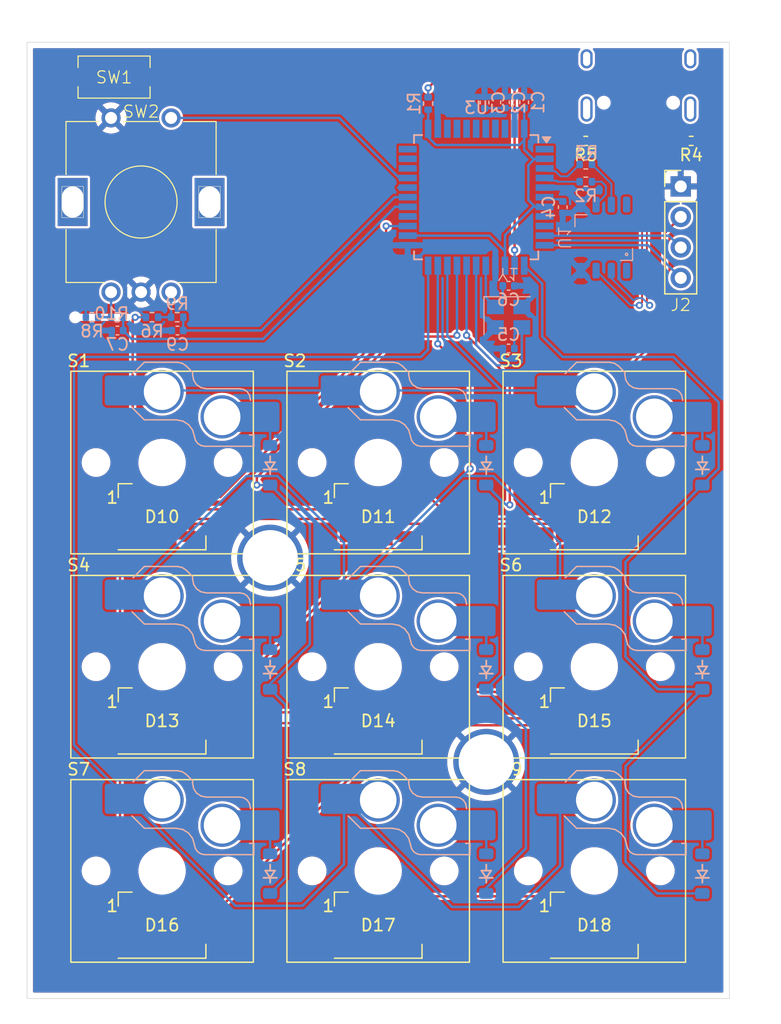
<source format=kicad_pcb>
(kicad_pcb (version 20240108) (generator "pcbnew") (generator_version "8.0")
  (layers (0 "F.Cu" signal) (31 "B.Cu" signal) (34 "B.Paste" user) (35 "F.Paste" user) (36 "B.SilkS" user "B.Silkscreen") (37 "F.SilkS" user "F.Silkscreen") (38 "B.Mask" user) (39 "F.Mask" user) (44 "Edge.Cuts" user))
  (net 0 "")
  (net 1 "VBUS")
  (net 2 "RE A")
  (net 3 "RE B")
  (net 4 "Row 0")
  (net 5 "Net-(D1-A)")
  (net 6 "Row 1")
  (net 7 "Net-(D2-A)")
  (net 8 "Row 2")
  (net 9 "Net-(D3-A)")
  (net 10 "Net-(D4-A)")
  (net 11 "Net-(D5-A)")
  (net 12 "Net-(D6-A)")
  (net 13 "Net-(D7-A)")
  (net 14 "Net-(D8-A)")
  (net 15 "Net-(D9-A)")
  (net 16 "+5V")
  (net 17 "LED Input")
  (net 18 "Net-(D10-DOUT)")
  (net 19 "Net-(D11-DOUT)")
  (net 20 "Net-(D12-DOUT)")
  (net 21 "Net-(D13-DOUT)")
  (net 22 "Net-(D14-DOUT)")
  (net 23 "Net-(D15-DOUT)")
  (net 24 "Net-(D16-DOUT)")
  (net 25 "Net-(D17-DOUT)")
  (net 27 "/USB_D-")
  (net 34 "Net-(J1-CC1)")
  (net 35 "/USB_D+")
  (net 36 "Net-(J1-CC2)")
  (net 37 "Display SDA")
  (net 38 "Display SCL")
  (net 39 "D+")
  (net 40 "D-")
  (net 41 "Net-(R6-Pad2)")
  (net 42 "Net-(R10-Pad2)")
  (net 43 "Column 0")
  (net 44 "Column 1")
  (net 45 "Column 2")
  (net 46 "RE Switch")
  (net 47 "GND")
  (net 48 "Net-(U3-UCAP)")
  (net 49 "Net-(U3-XTAL1)")
  (net 50 "Net-(U3-XTAL2)")
  (net 51 "Net-(U3-~{RESET})")
  (net 52 "/Port_Protector_D+")
  (net 53 "/Port_Protector_D-")
  (net 68 "unconnected-(U3-PB5-Pad29)")
  (footprint "ScottoKeebs_Hotswap:Hotswap_Choc_V1_Plated_1.00u" (layer "F.Cu") (at 124.15 83.7)
    (property "Reference" "S1")
    (property "Value" "Keyswitch")
  )
  (footprint "ScottoKeebs_Hotswap:Hotswap_Choc_V1_Plated_1.00u" (layer "F.Cu") (at 160.15 83.7)
    (property "Reference" "S3")
    (property "Value" "Keyswitch")
  )
  (footprint "Display:SSD1306_LCD_Display_128x32" (layer "F.Cu") (at 150.19 73.2625)
    (property "Reference" "J2")
    (property "Value" "Display")
  )
  (footprint "ScottoKeebs_Components:LED_WS2812B" (layer "F.Cu") (at 160.15 88.215625)
    (property "Reference" "D12")
    (property "Value" "WS2812B")
  )
  (footprint "ScottoKeebs_Hotswap:Hotswap_Choc_V1_Plated_1.00u" (layer "F.Cu") (at 142.15 83.7)
    (property "Reference" "S2")
    (property "Value" "Keyswitch")
  )
  (footprint "Rotary_Encoder:RotaryEncoder_Bourns_PEC11R-4xxxF-Sxxxx" (layer "F.Cu") (at 122.4 72.5125)
    (property "Reference" "SW2")
    (property "Value" "RotaryEncoder_Switch")
    (fp_rect (start -6.6 -11.8) (end -4.8 -9.2) (stroke (width 0.05)) (fill none) (layer "Edge.Cuts"))
    (fp_rect (start 4.8 -11.8) (end 6.6 -9.2) (stroke (width 0.05)) (fill none) (layer "Edge.Cuts"))
  )
  (footprint "MountingHole:MountingHole_4.6mm" (layer "F.Cu") (at 151.15 113.795)
    (property "Reference" "H2" (hide yes))
    (property "Value" "MountingHole_Pad" (hide yes))
  )
  (footprint "ScottoKeebs_Components:LED_WS2812B" (layer "F.Cu") (at 124.15 122.215625)
    (property "Reference" "D16")
    (property "Value" "WS2812B")
  )
  (footprint "MountingHole:MountingHole_4.6mm" (layer "F.Cu") (at 133.15 96.795)
    (property "Reference" "H1" (hide yes))
    (property "Value" "MountingHole_Pad" (hide yes))
  )
  (footprint "ScottoKeebs_Hotswap:Hotswap_Choc_V1_Plated_1.00u" (layer "F.Cu") (at 142.15 117.7)
    (property "Reference" "S8")
    (property "Value" "Keyswitch")
  )
  (footprint "Resistor_SMD:R_0402_1005Metric" (layer "F.Cu") (at 168.22 56.925)
    (property "Reference" "R4")
    (property "Value" "5k1")
  )
  (footprint "ScottoKeebs_Hotswap:Hotswap_Choc_V1_Plated_1.00u" (layer "F.Cu") (at 160.15 117.7)
    (property "Reference" "S9")
    (property "Value" "Keyswitch")
  )
  (footprint "Resistor_SMD:R_0402_1005Metric" (layer "F.Cu") (at 159.44 56.925 180)
    (property "Reference" "R5")
    (property "Value" "5k1")
  )
  (footprint "ScottoKeebs_Components:USB_C_HRO_TYPE-C-31-M-12" (layer "F.Cu") (at 163.83 51.1425 180)
    (property "Reference" "J1" (hide yes))
    (property "Value" "USB_C_Receptacle_USB2.0_16P")
  )
  (footprint "ScottoKeebs_Components:LED_WS2812B" (layer "F.Cu") (at 142.15 105.215625)
    (property "Reference" "D14")
    (property "Value" "WS2812B")
  )
  (footprint "Button_Switch_SMD:SW_Tactile_TSB008A2530A" (layer "F.Cu") (at 120.15 55.6125)
    (property "Reference" "SW1")
    (property "Value" "SW_Push")
  )
  (footprint "ScottoKeebs_Hotswap:Hotswap_Choc_V1_Plated_1.00u" (layer "F.Cu") (at 142.15 100.7)
    (property "Reference" "S5")
    (property "Value" "Keyswitch")
  )
  (footprint "ScottoKeebs_Components:LED_WS2812B" (layer "F.Cu") (at 142.15 122.215625)
    (property "Reference" "D17")
    (property "Value" "WS2812B")
  )
  (footprint "ScottoKeebs_Hotswap:Hotswap_Choc_V1_Plated_1.00u" (layer "F.Cu") (at 124.15 100.7)
    (property "Reference" "S4")
    (property "Value" "Keyswitch")
  )
  (footprint "ScottoKeebs_Components:LED_WS2812B" (layer "F.Cu") (at 142.15 88.215625)
    (property "Reference" "D11")
    (property "Value" "WS2812B")
  )
  (footprint "ScottoKeebs_Components:LED_WS2812B" (layer "F.Cu") (at 160.15 105.215625)
    (property "Reference" "D15")
    (property "Value" "WS2812B")
  )
  (footprint "ScottoKeebs_Hotswap:Hotswap_Choc_V1_Plated_1.00u" (layer "F.Cu") (at 160.15 100.7)
    (property "Reference" "S6")
    (property "Value" "Keyswitch")
  )
  (footprint "ScottoKeebs_Components:LED_WS2812B" (layer "F.Cu") (at 160.15 122.215625)
    (property "Reference" "D18")
    (property "Value" "WS2812B")
  )
  (footprint "ScottoKeebs_Components:LED_WS2812B" (layer "F.Cu") (at 124.15 105.215625)
    (property "Reference" "D13")
    (property "Value" "WS2812B")
  )
  (footprint "ScottoKeebs_Components:LED_WS2812B" (layer "F.Cu") (at 124.15 88.215625)
    (property "Reference" "D10")
    (property "Value" "WS2812B")
  )
  (footprint "ScottoKeebs_Hotswap:Hotswap_Choc_V1_Plated_1.00u" (layer "F.Cu") (at 124.15 117.7)
    (property "Reference" "S7")
    (property "Value" "Keyswitch")
  )
  (footprint "Capacitor_SMD:C_0402_1005Metric" (layer "B.Cu") (at 154.31 53.7125 90)
    (property "Reference" "C1")
    (property "Value" "100n")
  )
  (footprint "ScottoKeebs_Components:Diode_SOD-123" (layer "B.Cu") (at 151.15 100.925 90)
    (property "Reference" "D5" (hide yes))
    (property "Value" "Diode")
  )
  (footprint "ScottoKeebs_Components:Diode_SOD-123" (layer "B.Cu") (at 133.15 83.925 90)
    (property "Reference" "D1" (hide yes))
    (property "Value" "Diode")
  )
  (footprint "Capacitor_SMD:C_0402_1005Metric" (layer "B.Cu") (at 152.71 53.7125 90)
    (property "Reference" "C2")
    (property "Value" "100n")
  )
  (footprint "Connector_USB:USB_Port_Protector_USB6B1" (layer "B.Cu") (at 157.1375 64.9725 90)
    (property "Reference" "U1")
    (property "Value" "USB6B1")
  )
  (footprint "Package_QFP:TQFP-44_10x10mm_P0.8mm" (layer "B.Cu") (at 150.31 61.6125 180)
    (property "Reference" "U3")
    (property "Value" "ATmega32U4-A")
  )
  (footprint "Resistor_SMD:R_0402_1005Metric" (layer "B.Cu") (at 123.31 71.6025)
    (property "Reference" "R6")
    (property "Value" "10k")
  )
  (footprint "Resistor_SMD:R_0402_1005Metric" (layer "B.Cu") (at 159.44 58.8825 180)
    (property "Reference" "R3")
    (property "Value" "22")
  )
  (footprint "Resistor_SMD:R_0402_1005Metric" (layer "B.Cu") (at 159.44 60.3225)
    (property "Reference" "R2")
    (property "Value" "22")
  )
  (footprint "Resistor_SMD:R_0402_1005Metric" (layer "B.Cu") (at 118.31 71.6025)
    (property "Reference" "R8")
    (property "Value" "10k")
  )
  (footprint "ScottoKeebs_Components:Diode_SOD-123" (layer "B.Cu") (at 169.15 100.925 90)
    (property "Reference" "D6" (hide yes))
    (property "Value" "Diode")
  )
  (footprint "Capacitor_SMD:C_0402_1005Metric" (layer "B.Cu") (at 120.43 72.7125)
    (property "Reference" "C7")
    (property "Value" "10n")
  )
  (footprint "ScottoKeebs_Components:Diode_SOD-123" (layer "B.Cu") (at 169.15 83.925 90)
    (property "Reference" "D3" (hide yes))
    (property "Value" "Diode")
  )
  (footprint "ScottoKeebs_Components:Diode_SOD-123" (layer "B.Cu") (at 133.15 100.925 90)
    (property "Reference" "D4" (hide yes))
    (property "Value" "Diode")
  )
  (footprint "ScottoKeebs_Components:Diode_SOD-123" (layer "B.Cu") (at 151.15 83.925 90)
    (property "Reference" "D2" (hide yes))
    (property "Value" "Diode")
  )
  (footprint "Capacitor_SMD:C_0402_1005Metric" (layer "B.Cu") (at 157.52 62.4425 -90)
    (property "Reference" "C4")
    (property "Value" "1u")
  )
  (footprint "ScottoKeebs_Components:Diode_SOD-123" (layer "B.Cu") (at 169.15 117.925 90)
    (property "Reference" "D9" (hide yes))
    (property "Value" "Diode")
  )
  (footprint "Capacitor_SMD:C_0402_1005Metric" (layer "B.Cu") (at 153.01 68.99)
    (property "Reference" "C6")
    (property "Value" "12p")
  )
  (footprint "Capacitor_SMD:C_0402_1005Metric" (layer "B.Cu") (at 125.43 72.7125)
    (property "Reference" "C9")
    (property "Value" "10n")
  )
  (footprint "Capacitor_SMD:C_0402_1005Metric" (layer "B.Cu") (at 151.01 53.7325 90)
    (property "Reference" "C3")
    (property "Value" "100n")
  )
  (footprint "ScottoKeebs_Components:Diode_SOD-123" (layer "B.Cu") (at 151.15 117.925 90)
    (property "Reference" "D8" (hide yes))
    (property "Value" "Diode")
  )
  (footprint "Resistor_SMD:R_0402_1005Metric" (layer "B.Cu") (at 125.41 71.6025)
    (property "Reference" "R9")
    (property "Value" "10k")
  )
  (footprint "Resistor_SMD:R_0402_1005Metric" (layer "B.Cu") (at 146.31 53.8125 -90)
    (property "Reference" "R1")
    (property "Value" "10k")
  )
  (footprint "Resistor_SMD:R_0402_1005Metric" (layer "B.Cu") (at 120.41 71.6025 180)
    (property "Reference" "R10")
    (property "Value" "10k")
  )
  (footprint "Crystal:Crystal_SMD_X322516MLB4SI" (layer "B.Cu") (at 153.01 67.5)
    (property "Reference" "Y1")
    (property "Value" "16mghz")
  )
  (footprint "Capacitor_SMD:C_0402_1005Metric" (layer "B.Cu") (at 153.01 74.21 180)
    (property "Reference" "C5")
    (property "Value" "12p")
  )
  (footprint "ScottoKeebs_Components:Diode_SOD-123" (layer "B.Cu") (at 133.15 117.925 90)
    (property "Reference" "D7" (hide yes))
    (property "Value" "Diode")
  )
  (gr_rect (start 112.9 48.70875) (end 171.4 128.325) (stroke (width 0.05)) (fill none) (layer "Edge.Cuts"))
  (segment (start 166.28 55.1875) (end 166.28 54.5425) (width 0.2) (layer "F.Cu") (net 1))
  (segment (start 162.65 53.3125) (end 161.38 54.5825) (width 0.2) (layer "F.Cu") (net 1))
  (segment (start 166.28 54.5425) (end 165.05 53.3125) (width 0.2) (layer "F.Cu") (net 1))
  (segment (start 161.38 54.5825) (end 161.38 55.1875) (width 0.2) (layer "F.Cu") (net 1))
  (segment (start 165.05 53.3125) (end 162.65 53.3125) (width 0.2) (layer "F.Cu") (net 1))
  (segment (start 156.01 58.4125) (end 155.185 58.4125) (width 0.2) (layer "B.Cu") (net 1))
  (segment (start 146.31 56.6125) (end 146.31 55.9125) (width 0.2) (layer "B.Cu") (net 1))
  (segment (start 152.71 66.1125) (end 151.41 64.8125) (width 0.2) (layer "B.Cu") (net 1))
  (segment (start 155.185 58.4125) (end 154.66 58.9375) (width 0.2) (layer "B.Cu") (net 1))
  (segment (start 154.31 55.9125) (end 154.31 56.8625) (width 0.2) (layer "B.Cu") (net 1))
  (segment (start 154.31 54.1925) (end 151.03 54.1925) (width 0.2) (layer "B.Cu") (net 1))
  (segment (start 154.31 57.6625) (end 154.31 55.9125) (width 0.2) (layer "B.Cu") (net 1))
  (segment (start 154.31 55.9125) (end 154.31 54.1925) (width 0.2) (layer "B.Cu") (net 1))
  (segment (start 154.31 56.8625) (end 153.91 57.2625) (width 0.2) (layer "B.Cu") (net 1))
  (segment (start 146.96 57.2625) (end 146.31 56.6125) (width 0.2) (layer "B.Cu") (net 1))
  (segment (start 154.66 61.8625) (end 155.21 62.4125) (width 0.2) (layer "B.Cu") (net 1))
  (segment (start 151.41 64.8125) (end 144.61 64.8125) (width 0.2) (layer "B.Cu") (net 1))
  (segment (start 156.01 58.4125) (end 155.06 58.4125) (width 0.2) (layer "B.Cu") (net 1))
  (segment (start 153.91 57.2625) (end 146.96 57.2625) (width 0.2) (layer "B.Cu") (net 1))
  (segment (start 154.66 58.9375) (end 154.66 61.8625) (width 0.2) (layer "B.Cu") (net 1))
  (segment (start 152.71 67.3125) (end 152.71 66.1125) (width 0.2) (layer "B.Cu") (net 1))
  (segment (start 155.06 62.4125) (end 152.71 64.7625) (width 0.2) (layer "B.Cu") (net 1))
  (segment (start 146.31 55.9125) (end 146.31 54.3225) (width 0.2) (layer "B.Cu") (net 1))
  (segment (start 155.21 62.4125) (end 156.01 62.4125) (width 0.2) (layer "B.Cu") (net 1))
  (segment (start 156.01 62.4125) (end 155.06 62.4125) (width 0.2) (layer "B.Cu") (net 1))
  (segment (start 151.03 54.1925) (end 151.01 54.2125) (width 0.2) (layer "B.Cu") (net 1))
  (segment (start 152.71 64.7625) (end 152.71 67.3125) (width 0.2) (layer "B.Cu") (net 1))
  (segment (start 155.06 58.4125) (end 154.31 57.6625) (width 0.2) (layer "B.Cu") (net 1))
  (segment (start 120.91 72.7125) (end 121.61 73.4125) (width 0.2) (layer "B.Cu") (net 2))
  (segment (start 143.561471 62.4125) (end 144.61 62.4125) (width 0.2) (layer "B.Cu") (net 2))
  (segment (start 121.61 73.4125) (end 132.561471 73.4125) (width 0.2) (layer "B.Cu") (net 2))
  (segment (start 120.91 72.7125) (end 120.91 71.6125) (width 0.2) (layer "B.Cu") (net 2))
  (segment (start 120.91 71.6125) (end 120.92 71.6025) (width 0.2) (layer "B.Cu") (net 2))
  (segment (start 132.561471 73.4125) (end 143.561471 62.4125) (width 0.2) (layer "B.Cu") (net 2))
  (segment (start 143.51 61.6125) (end 144.61 61.6125) (width 0.2) (layer "B.Cu") (net 3))
  (segment (start 125.91 72.7125) (end 132.41 72.7125) (width 0.2) (layer "B.Cu") (net 3))
  (segment (start 125.91 72.7125) (end 125.91 71.6125) (width 0.2) (layer "B.Cu") (net 3))
  (segment (start 125.91 71.6125) (end 125.92 71.6025) (width 0.2) (layer "B.Cu") (net 3))
  (segment (start 132.41 72.7125) (end 143.51 61.6125) (width 0.2) (layer "B.Cu") (net 3))
  (segment (start 132.04 84.940151) (end 132.04 85.5725) (width 0.2) (layer "F.Cu") (net 4))
  (segment (start 148.71 73.1125) (end 148.61 73.2125) (width 0.2) (layer "F.Cu") (net 4))
  (segment (start 148.61 73.2125) (end 143.767651 73.2125) (width 0.2) (layer "F.Cu") (net 4))
  (segment (start 143.767651 73.2125) (end 132.04 84.940151) (width 0.2) (layer "F.Cu") (net 4))
  (via (at 148.71 73.1125) (size 0.6) (drill 0.3) (layers "F.Cu" "B.Cu") (net 4))
  (via (at 132.04 85.5725) (size 0.6) (drill 0.3) (layers "F.Cu" "B.Cu") (net 4))
  (segment (start 136.45 88.875) (end 136.45 98.825) (width 0.2) (layer "B.Cu") (net 4))
  (segment (start 134.45 103.875) (end 134.45 118.275) (width 0.2) (layer "B.Cu") (net 4))
  (segment (start 133.15 85.575) (end 132.0425 85.575) (width 0.2) (layer "B.Cu") (net 4))
  (segment (start 133.15 102.125) (end 133.15 102.575) (width 0.2) (layer "B.Cu") (net 4))
  (segment (start 132.0425 85.575) (end 132.04 85.5725) (width 0.2) (layer "B.Cu") (net 4))
  (segment (start 133.15 85.575) (end 136.45 88.875) (width 0.2) (layer "B.Cu") (net 4))
  (segment (start 133.15 102.575) (end 134.45 103.875) (width 0.2) (layer "B.Cu") (net 4))
  (segment (start 136.45 98.825) (end 133.15 102.125) (width 0.2) (layer "B.Cu") (net 4))
  (segment (start 134.45 118.275) (end 133.15 119.575) (width 0.2) (layer "B.Cu") (net 4))
  (segment (start 148.71 73.1125) (end 148.71 67.3125) (width 0.2) (layer "B.Cu") (net 4))
  (segment (start 132 79.9) (end 133.15 81.05) (width 0.2) (layer "B.Cu") (net 5))
  (segment (start 133.15 81.05) (end 133.15 82.275) (width 0.2) (layer "B.Cu") (net 5))
  (segment (start 149.510003 73.1125) (end 149.510003 73.112503) (width 0.2) (layer "F.Cu") (net 6))
  (segment (start 149.510003 73.112503) (end 153.11 76.7125) (width 0.2) (layer "F.Cu") (net 6))
  (segment (start 153.11 76.7125) (end 153.11 87.223667) (width 0.2) (layer "F.Cu") (net 6))
  (via (at 153.11 87.223667) (size 0.6) (drill 0.3) (layers "F.Cu" "B.Cu") (net 6))
  (via (at 149.510003 73.1125) (size 0.6) (drill 0.3) (layers "F.Cu" "B.Cu") (net 6))
  (segment (start 154.45 115.825) (end 151.15 119.125) (width 0.2) (layer "B.Cu") (net 6))
  (segment (start 151.15 119.125) (end 151.15 119.575) (width 0.2) (layer "B.Cu") (net 6))
  (segment (start 151.15 85.575) (end 152.45 86.875) (width 0.2) (layer "B.Cu") (net 6))
  (segment (start 151.15 102.575) (end 154.45 105.875) (width 0.2) (layer "B.Cu") (net 6))
  (segment (start 152.798667 87.223667) (end 151.15 85.575) (width 0.2) (layer "B.Cu") (net 6))
  (segment (start 149.51 73.112497) (end 149.51 67.3125) (width 0.2) (layer "B.Cu") (net 6))
  (segment (start 152.45 86.875) (end 152.45 101.275) (width 0.2) (layer "B.Cu") (net 6))
  (segment (start 149.510003 73.1125) (end 149.51 73.112497) (width 0.2) (layer "B.Cu") (net 6))
  (segment (start 154.45 105.875) (end 154.45 115.825) (width 0.2) (layer "B.Cu") (net 6))
  (segment (start 153.11 87.223667) (end 152.798667 87.223667) (width 0.2) (layer "B.Cu") (net 6))
  (segment (start 152.45 101.275) (end 151.15 102.575) (width 0.2) (layer "B.Cu") (net 6))
  (segment (start 150 79.9) (end 151.15 81.05) (width 0.2) (layer "B.Cu") (net 7))
  (segment (start 151.15 81.05) (end 151.15 82.275) (width 0.2) (layer "B.Cu") (net 7))
  (segment (start 170.51 84.215) (end 169.15 85.575) (width 0.2) (layer "B.Cu") (net 8))
  (segment (start 169.15 102.575) (end 162.75 108.975) (width 0.2) (layer "B.Cu") (net 8))
  (segment (start 170.51 78.681378) (end 170.51 84.215) (width 0.2) (layer "B.Cu") (net 8))
  (segment (start 162.75 108.975) (end 162.75 116.919239) (width 0.2) (layer "B.Cu") (net 8))
  (segment (start 162.75 91.975) (end 162.75 99.869239) (width 0.2) (layer "B.Cu") (net 8))
  (segment (start 169.15 85.575) (end 162.75 91.975) (width 0.2) (layer "B.Cu") (net 8))
  (segment (start 165.405761 119.575) (end 169.15 119.575) (width 0.2) (layer "B.Cu") (net 8))
  (segment (start 162.75 99.869239) (end 165.455761 102.575) (width 0.2) (layer "B.Cu") (net 8))
  (segment (start 165.455761 102.575) (end 169.15 102.575) (width 0.2) (layer "B.Cu") (net 8))
  (segment (start 155.81 68.8125) (end 155.81 73.2125) (width 0.2) (layer "B.Cu") (net 8))
  (segment (start 157.51 74.9125) (end 166.741122 74.9125) (width 0.2) (layer "B.Cu") (net 8))
  (segment (start 154.31 67.3125) (end 155.81 68.8125) (width 0.2) (layer "B.Cu") (net 8))
  (segment (start 155.81 73.2125) (end 157.51 74.9125) (width 0.2) (layer "B.Cu") (net 8))
  (segment (start 166.741122 74.9125) (end 170.51 78.681378) (width 0.2) (layer "B.Cu") (net 8))
  (segment (start 162.75 116.919239) (end 165.405761 119.575) (width 0.2) (layer "B.Cu") (net 8))
  (segment (start 168 79.9) (end 169.15 81.05) (width 0.2) (layer "B.Cu") (net 9))
  (segment (start 169.15 81.05) (end 169.15 82.275) (width 0.2) (layer "B.Cu") (net 9))
  (segment (start 133.15 98.05) (end 133.15 99.275) (width 0.2) (layer "B.Cu") (net 10))
  (segment (start 132 96.9) (end 133.15 98.05) (width 0.2) (layer "B.Cu") (net 10))
  (segment (start 150 96.9) (end 151.15 98.05) (width 0.2) (layer "B.Cu") (net 11))
  (segment (start 151.15 98.05) (end 151.15 99.275) (width 0.2) (layer "B.Cu") (net 11))
  (segment (start 168 96.9) (end 169.15 98.05) (width 0.2) (layer "B.Cu") (net 12))
  (segment (start 169.15 98.05) (end 169.15 99.275) (width 0.2) (layer "B.Cu") (net 12))
  (segment (start 133.15 115.05) (end 133.15 116.275) (width 0.2) (layer "B.Cu") (net 13))
  (segment (start 132 113.9) (end 133.15 115.05) (width 0.2) (layer "B.Cu") (net 13))
  (segment (start 151.15 115.05) (end 151.15 116.275) (width 0.2) (layer "B.Cu") (net 14))
  (segment (start 150 113.9) (end 151.15 115.05) (width 0.2) (layer "B.Cu") (net 14))
  (segment (start 168 113.9) (end 169.15 115.05) (width 0.2) (layer "B.Cu") (net 15))
  (segment (start 169.15 115.05) (end 169.15 116.275) (width 0.2) (layer "B.Cu") (net 15))
  (segment (start 141.134375 88) (end 143.31875 85.815625) (width 0.2) (layer "F.Cu") (net 16))
  (segment (start 140.465625 102.8) (end 156.934375 102.8) (width 0.2) (layer "F.Cu") (net 16))
  (segment (start 139.7 103.565625) (end 138.765625 104.5) (width 0.2) (layer "F.Cu") (net 16))
  (segment (start 122.634375 104.5) (end 121.7 103.565625) (width 0.2) (layer "F.Cu") (net 16))
  (segment (start 166.02 72.7675) (end 162.6275 76.16) (width 0.2) (layer "F.Cu") (net 16))
  (segment (start 120.65 104.615625) (end 120.65 119.515625) (width 0.2) (layer "F.Cu") (net 16))
  (segment (start 121.7 103.565625) (end 120.65 104.615625) (width 0.2) (layer "F.Cu") (net 16))
  (segment (start 139.7 86.565625) (end 138.665625 87.6) (width 0.2) (layer "F.Cu") (net 16))
  (segment (start 167.35 63.2525) (end 166.02 64.5825) (width 0.2) (layer "F.Cu") (net 16))
  (segment (start 121.7 71.8225) (end 121.91 71.6125) (width 0.2) (layer "F.Cu") (net 16))
  (segment (start 143.31875 85.815625) (end 145.65 85.815625) (width 0.2) (layer "F.Cu") (net 16))
  (segment (start 122.734375 121.6) (end 121.7 120.565625) (width 0.2) (layer "F.Cu") (net 16))
  (segment (start 145.65 85.815625) (end 148.234375 88.4) (width 0.2) (layer "F.Cu") (net 16))
  (segment (start 139.7 86.565625) (end 141.134375 88) (width 0.2) (layer "F.Cu") (net 16))
  (segment (start 156.95 119.815625) (end 157.7 120.565625) (width 0.2) (layer "F.Cu") (net 16))
  (segment (start 148.234375 88.4) (end 155.865625 88.4) (width 0.2) (layer "F.Cu") (net 16))
  (segment (start 138.665625 87.6) (end 122.734375 87.6) (width 0.2) (layer "F.Cu") (net 16))
  (segment (start 120.65 119.515625) (end 121.7 120.565625) (width 0.2) (layer "F.Cu") (net 16))
  (segment (start 138.665625 121.6) (end 122.734375 121.6) (width 0.2) (layer "F.Cu") (net 16))
  (segment (start 139.7 120.565625) (end 140.45 119.815625) (width 0.2) (layer "F.Cu") (net 16))
  (segment (start 166.02 64.5825) (end 166.02 72.7675) (width 0.2) (layer "F.Cu") (net 16))
  (segment (start 162.6275 76.16) (end 162.6275 84.56) (width 0.2) (layer "F.Cu") (net 16))
  (segment (start 121.7 86.565625) (end 120.65 87.615625) (width 0.2) (layer "F.Cu") (net 16))
  (segment (start 120.65 102.515625) (end 121.7 103.565625) (width 0.2) (layer "F.Cu") (net 16))
  (segment (start 138.765625 104.5) (end 122.634375 104.5) (width 0.2) (layer "F.Cu") (net 16))
  (segment (start 120.65 87.615625) (end 120.65 102.515625) (width 0.2) (layer "F.Cu") (net 16))
  (segment (start 156.934375 102.8) (end 157.7 103.565625) (width 0.2) (layer "F.Cu") (net 16))
  (segment (start 140.45 119.815625) (end 156.95 119.815625) (width 0.2) (layer "F.Cu") (net 16))
  (segment (start 139.7 120.565625) (end 138.665625 121.6) (width 0.2) (layer "F.Cu") (net 16))
  (segment (start 122.734375 87.6) (end 121.7 86.565625) (width 0.2) (layer "F.Cu") (net 16))
  (segment (start 160.621875 86.565625) (end 157.7 86.565625) (width 0.2) (layer "F.Cu") (net 16))
  (segment (start 139.7 103.565625) (end 140.465625 102.8) (width 0.2) (layer "F.Cu") (net 16))
  (segment (start 162.6275 84.56) (end 160.621875 86.565625) (width 0.2) (layer "F.Cu") (net 16))
  (segment (start 155.865625 88.4) (end 157.7 86.565625) (width 0.2) (layer "F.Cu") (net 16))
  (segment (start 121.7 86.565625) (end 121.7 71.8225) (width 0.2) (layer "F.Cu") (net 16))
  (via (at 121.91 71.6125) (size 0.6) (drill 0.3) (layers "F.Cu" "B.Cu") (net 16))
  (segment (start 117.79 71.6125) (end 117.8 71.6025) (width 0.2) (layer "B.Cu") (net 16))
  (segment (start 122.8 71.6025) (end 121.92 71.6025) (width 0.2) (layer "B.Cu") (net 16))
  (segment (start 122.8 71.6025) (end 121.15 69.9525) (width 0.2) (layer "B.Cu") (net 16))
  (segment (start 121.92 71.6025) (end 121.91 71.6125) (width 0.2) (layer "B.Cu") (net 16))
  (segment (start 121.15 69.9525) (end 121.15 69.1) (width 0.2) (layer "B.Cu") (net 16))
  (segment (start 117.8 69.95) (end 117.8 71.6025) (width 0.2) (layer "B.Cu") (net 16))
  (segment (start 119.45 68.3) (end 117.8 69.95) (width 0.2) (layer "B.Cu") (net 16))
  (segment (start 120.35 68.3) (end 119.45 68.3) (width 0.2) (layer "B.Cu") (net 16))
  (segment (start 121.15 69.1) (end 120.35 68.3) (width 0.2) (layer "B.Cu") (net 16))
  (segment (start 126.6 86.565625) (end 129.006875 86.565625) (width 0.2) (layer "F.Cu") (net 17))
  (segment (start 142.81 72.7625) (end 142.81 64.0125) (width 0.2) (layer "F.Cu") (net 17))
  (segment (start 129.006875 86.565625) (end 142.81 72.7625) (width 0.2) (layer "F.Cu") (net 17))
  (via (at 142.81 64.0125) (size 0.6) (drill 0.3) (layers "F.Cu" "B.Cu") (net 17))
  (segment (start 142.81 64.0125) (end 144.61 64.0125) (width 0.2) (layer "B.Cu") (net 17))
  (segment (start 144.6 86.565625) (end 142.765625 88.4) (width 0.2) (layer "F.Cu") (net 18))
  (segment (start 142.765625 88.4) (end 123.165625 88.4) (width 0.2) (layer "F.Cu") (net 18))
  (segment (start 123.165625 88.4) (end 121.7 89.865625) (width 0.2) (layer "F.Cu") (net 18))
  (segment (start 140.765625 88.8) (end 139.7 89.865625) (width 0.2) (layer "F.Cu") (net 19))
  (segment (start 160.365625 88.8) (end 140.765625 88.8) (width 0.2) (layer "F.Cu") (net 19))
  (segment (start 162.6 86.565625) (end 160.365625 88.8) (width 0.2) (layer "F.Cu") (net 19))
  (segment (start 129.134375 103.565625) (end 126.6 103.565625) (width 0.2) (layer "F.Cu") (net 20))
  (segment (start 141.8 90.9) (end 129.134375 103.565625) (width 0.2) (layer "F.Cu") (net 20))
  (segment (start 156.665625 90.9) (end 141.8 90.9) (width 0.2) (layer "F.Cu") (net 20))
  (segment (start 157.7 89.865625) (end 156.665625 90.9) (width 0.2) (layer "F.Cu") (net 20))
  (segment (start 142.765625 105.4) (end 123.165625 105.4) (width 0.2) (layer "F.Cu") (net 21))
  (segment (start 144.6 103.565625) (end 142.765625 105.4) (width 0.2) (layer "F.Cu") (net 21))
  (segment (start 123.165625 105.4) (end 121.7 106.865625) (width 0.2) (layer "F.Cu") (net 21))
  (segment (start 143.731311 105) (end 141.865686 106.865625) (width 0.2) (layer "F.Cu") (net 22))
  (segment (start 161.165625 105) (end 143.731311 105) (width 0.2) (layer "F.Cu") (net 22))
  (segment (start 141.865686 106.865625) (end 139.7 106.865625) (width 0.2) (layer "F.Cu") (net 22))
  (segment (start 162.6 103.565625) (end 161.165625 105) (width 0.2) (layer "F.Cu") (net 22))
  (segment (start 144.175 105.575) (end 129.184375 120.565625) (width 0.2) (layer "F.Cu") (net 23))
  (segment (start 156.409375 105.575) (end 144.175 105.575) (width 0.2) (layer "F.Cu") (net 23))
  (segment (start 157.7 106.865625) (end 156.409375 105.575) (width 0.2) (layer "F.Cu") (net 23))
  (segment (start 129.184375 120.565625) (end 126.6 120.565625) (width 0.2) (layer "F.Cu") (net 23))
  (segment (start 121.7 123.865625) (end 123.065625 122.5) (width 0.2) (layer "F.Cu") (net 24))
  (segment (start 142.665625 122.5) (end 144.6 120.565625) (width 0.2) (layer "F.Cu") (net 24))
  (segment (start 123.065625 122.5) (end 142.665625 122.5) (width 0.2) (layer "F.Cu") (net 24))
  (segment (start 162.6 120.565625) (end 160.265625 122.9) (width 0.2) (layer "F.Cu") (net 25))
  (segment (start 140.665625 122.9) (end 139.7 123.865625) (width 0.2) (layer "F.Cu") (net 25))
  (segment (start 160.265625 122.9) (end 140.665625 122.9) (width 0.2) (layer "F.Cu") (net 25))
  (segment (start 164.53 56.325001) (end 164.53 70.3875) (width 0.15) (layer "F.Cu") (net 27))
  (segment (start 163.58 54.2125) (end 163.63 54.1625) (width 0.15) (layer "F.Cu") (net 27))
  (segment (start 164.53 70.3875) (end 164.755 70.6125) (width 0.15) (layer "F.Cu") (net 27))
  (segment (start 163.63 54.1625) (end 164.53 54.1625) (width 0.15) (layer "F.Cu") (net 27))
  (segment (start 164.53 54.1625) (end 164.58 54.2125) (width 0.15) (layer "F.Cu") (net 27))
  (segment (start 164.58 55.1875) (end 164.58 56.275001) (width 0.15) (layer "F.Cu") (net 27))
  (segment (start 164.58 54.2125) (end 164.58 55.1875) (width 0.15) (layer "F.Cu") (net 27))
  (segment (start 164.58 56.275001) (end 164.53 56.325001) (width 0.15) (layer "F.Cu") (net 27))
  (segment (start 163.58 55.1875) (end 163.58 54.2125) (width 0.15) (layer "F.Cu") (net 27))
  (via (at 164.755 70.6125) (size 0.6) (drill 0.3) (layers "F.Cu" "B.Cu") (net 27))
  (segment (start 163.506471 70.1625) (end 163.373897 70.1625) (width 0.15) (layer "B.Cu") (net 27))
  (segment (start 164.305 70.1625) (end 164.303529 70.1625) (width 0.15) (layer "B.Cu") (net 27))
  (segment (start 164.303529 70.1625) (end 164.153529 70.0125) (width 0.15) (layer "B.Cu") (net 27))
  (segment (start 163.373897 70.1625) (end 161.5675 68.356103) (width 0.15) (layer "B.Cu") (net 27))
  (segment (start 161.5675 68.356103) (end 161.5675 67.7225) (width 0.15) (layer "B.Cu") (net 27))
  (segment (start 164.153529 70.0125) (end 163.656471 70.0125) (width 0.15) (layer "B.Cu") (net 27))
  (segment (start 163.656471 70.0125) (end 163.506471 70.1625) (width 0.15) (layer "B.Cu") (net 27))
  (segment (start 164.755 70.6125) (end 164.305 70.1625) (width 0.15) (layer "B.Cu") (net 27))
  (segment (start 165.8425 56.925) (end 165.08 56.1625) (width 0.2) (layer "F.Cu") (net 34))
  (segment (start 165.08 56.1625) (end 165.08 55.1875) (width 0.2) (layer "F.Cu") (net 34))
  (segment (start 167.71 56.925) (end 165.8425 56.925) (width 0.2) (layer "F.Cu") (net 34))
  (segment (start 164.08 56.275001) (end 164.13 56.325001) (width 0.15) (layer "F.Cu") (net 35))
  (segment (start 164.03 56.2125) (end 164.08 56.1625) (width 0.15) (layer "F.Cu") (net 35))
  (segment (start 164.08 55.1875) (end 164.08 56.275001) (width 0.15) (layer "F.Cu") (net 35))
  (segment (start 164.13 70.3875) (end 163.905 70.6125) (width 0.15) (layer "F.Cu") (net 35))
  (segment (start 163.08 55.1875) (end 163.08 56.1625) (width 0.15) (layer "F.Cu") (net 35))
  (segment (start 163.08 56.1625) (end 163.13 56.2125) (width 0.15) (layer "F.Cu") (net 35))
  (segment (start 164.13 56.325001) (end 164.13 70.3875) (width 0.15) (layer "F.Cu") (net 35))
  (segment (start 164.08 56.1625) (end 164.08 55.1875) (width 0.15) (layer "F.Cu") (net 35))
  (segment (start 163.13 56.2125) (end 164.03 56.2125) (width 0.15) (layer "F.Cu") (net 35))
  (via (at 163.905 70.6125) (size 0.6) (drill 0.3) (layers "F.Cu" "B.Cu") (net 35))
  (segment (start 160.9675 68.413052) (end 160.9675 68.3925) (width 0.15) (layer "B.Cu") (net 35))
  (segment (start 161.2475 68.6725) (end 161.226948 68.6725) (width 0.15) (layer "B.Cu") (net 35))
  (segment (start 160.9675 68.3925) (end 160.2975 67.7225) (width 0.15) (layer "B.Cu") (net 35))
  (segment (start 163.905 70.6125) (end 163.1875 70.6125) (width 0.15) (layer "B.Cu") (net 35))
  (segment (start 163.1875 70.6125) (end 161.2475 68.6725) (width 0.15) (layer "B.Cu") (net 35))
  (segment (start 161.226948 68.6725) (end 160.9675 68.413052) (width 0.15) (layer "B.Cu") (net 35))
  (segment (start 159.95 56.925) (end 161.2675 56.925) (width 0.2) (layer "F.Cu") (net 36))
  (segment (start 162.08 56.1125) (end 162.08 55.1875) (width 0.2) (layer "F.Cu") (net 36))
  (segment (start 161.2675 56.925) (end 162.08 56.1125) (width 0.2) (layer "F.Cu") (net 36))
  (segment (start 164.63 65.6125) (end 167.35 68.3325) (width 0.2) (layer "B.Cu") (net 37))
  (segment (start 156.01 65.6125) (end 164.63 65.6125) (width 0.2) (layer "B.Cu") (net 37))
  (segment (start 166.37 64.8125) (end 167.35 65.7925) (width 0.2) (layer "B.Cu") (net 38))
  (segment (start 156.01 64.8125) (end 166.37 64.8125) (width 0.2) (layer "B.Cu") (net 38))
  (segment (start 160.2975 62.2225) (end 160.9675 61.5525) (width 0.15) (layer "B.Cu") (net 39))
  (segment (start 161.117499 60.686396) (end 160.753603 60.3225) (width 0.15) (layer "B.Cu") (net 39))
  (segment (start 160.753603 60.3225) (end 159.95 60.3225) (width 0.15) (layer "B.Cu") (net 39))
  (segment (start 160.9675 61.531948) (end 161.117499 61.381949) (width 0.15) (layer "B.Cu") (net 39))
  (segment (start 161.117499 61.381949) (end 161.117499 60.686396) (width 0.15) (layer "B.Cu") (net 39))
  (segment (start 160.9675 61.5525) (end 160.9675 61.531948) (width 0.15) (layer "B.Cu") (net 39))
  (segment (start 161.5675 62.2225) (end 161.5675 60.5) (width 0.15) (layer "B.Cu") (net 40))
  (segment (start 161.5675 60.5) (end 159.95 58.8825) (width 0.15) (layer "B.Cu") (net 40))
  (segment (start 124.9 71.6025) (end 124.9 69.5125) (width 0.2) (layer "B.Cu") (net 41))
  (segment (start 124.9 71.6025) (end 123.82 71.6025) (width 0.2) (layer "B.Cu") (net 41))
  (segment (start 119.9 71.6025) (end 119.9 69.5125) (width 0.2) (layer "B.Cu") (net 42))
  (segment (start 119.9 71.6025) (end 118.82 71.6025) (width 0.2) (layer "B.Cu") (net 42))
  (segment (start 157.3 77.7) (end 152.448971 77.7) (width 0.2) (layer "B.Cu") (net 43))
  (segment (start 147.91 73.161029) (end 147.91 67.3125) (width 0.2) (layer "B.Cu") (net 43))
  (segment (start 139.3 77.7) (end 157.3 77.7) (width 0.2) (layer "B.Cu") (net 43))
  (segment (start 152.448971 77.7) (end 147.91 73.161029) (width 0.2) (layer "B.Cu") (net 43))
  (segment (start 121.3 77.7) (end 139.3 77.7) (width 0.2) (layer "B.Cu") (net 43))
  (segment (start 149.81 84.2125) (end 149.81 76.5125) (width 0.2) (layer "F.Cu") (net 44))
  (segment (start 149.81 76.5125) (end 147.11 73.8125) (width 0.2) (layer "F.Cu") (net 44))
  (via (at 149.81 84.2125) (size 0.6) (drill 0.3) (layers "F.Cu" "B.Cu") (net 44))
  (via (at 147.11 73.8125) (size 0.6) (drill 0.3) (layers "F.Cu" "B.Cu") (net 44))
  (segment (start 139.3 90.376304) (end 139.3 94.7) (width 0.2) (layer "B.Cu") (net 44))
  (segment (start 139.3 94.7) (end 149.175 84.825) (width 0.2) (layer "B.Cu") (net 44))
  (segment (start 157.3 90.376304) (end 157.3 94.7) (width 0.2) (layer "B.Cu") (net 44))
  (segment (start 121.3 94.7) (end 131.175 84.825) (width 0.2) (layer "B.Cu") (net 44))
  (segment (start 133.748696 84.825) (end 139.3 90.376304) (width 0.2) (layer "B.Cu") (net 44))
  (segment (start 147.11 73.8125) (end 147.11 67.3125) (width 0.2) (layer "B.Cu") (net 44))
  (segment (start 131.175 84.825) (end 133.748696 84.825) (width 0.2) (layer "B.Cu") (net 44))
  (segment (start 149.175 84.825) (end 151.748696 84.825) (width 0.2) (layer "B.Cu") (net 44))
  (segment (start 151.748696 84.825) (end 157.3 90.376304) (width 0.2) (layer "B.Cu") (net 44))
  (segment (start 149.175 84.825) (end 149.1975 84.825) (width 0.2) (layer "B.Cu") (net 44))
  (segment (start 149.1975 84.825) (end 149.81 84.2125) (width 0.2) (layer "B.Cu") (net 44))
  (segment (start 121.35 111.7) (end 130.25 120.6) (width 0.2) (layer "B.Cu") (net 45))
  (segment (start 139.3 117.15) (end 139.3 111.7) (width 0.2) (layer "B.Cu") (net 45))
  (segment (start 130.25 120.6) (end 135.85 120.6) (width 0.2) (layer "B.Cu") (net 45))
  (segment (start 116.81 107.21) (end 121.3 111.7) (width 0.2) (layer "B.Cu") (net 45))
  (segment (start 139.3 111.7) (end 148.3 120.7) (width 0.2) (layer "B.Cu") (net 45))
  (segment (start 145.71 74.9125) (end 117.41 74.9125) (width 0.2) (layer "B.Cu") (net 45))
  (segment (start 116.81 75.5125) (end 116.81 107.21) (width 0.2) (layer "B.Cu") (net 45))
  (segment (start 146.31 74.3125) (end 145.71 74.9125) (width 0.2) (layer "B.Cu") (net 45))
  (segment (start 135.85 120.6) (end 139.3 117.15) (width 0.2) (layer "B.Cu") (net 45))
  (segment (start 117.41 74.9125) (end 116.81 75.5125) (width 0.2) (layer "B.Cu") (net 45))
  (segment (start 157.3 117.25) (end 157.3 111.7) (width 0.2) (layer "B.Cu") (net 45))
  (segment (start 146.31 67.3125) (end 146.31 74.3125) (width 0.2) (layer "B.Cu") (net 45))
  (segment (start 148.3 120.7) (end 153.85 120.7) (width 0.2) (layer "B.Cu") (net 45))
  (segment (start 121.3 111.7) (end 121.35 111.7) (width 0.2) (layer "B.Cu") (net 45))
  (segment (start 153.85 120.7) (end 157.3 117.25) (width 0.2) (layer "B.Cu") (net 45))
  (segment (start 143.91 60.0125) (end 138.91 55.0125) (width 0.2) (layer "B.Cu") (net 46))
  (segment (start 138.91 55.0125) (end 124.9 55.0125) (width 0.2) (layer "B.Cu") (net 46))
  (segment (start 144.61 60.0125) (end 143.91 60.0125) (width 0.2) (layer "B.Cu") (net 46))
  (segment (start 156.18 61.7825) (end 156.01 61.6125) (width 0.2) (layer "B.Cu") (net 48))
  (segment (start 157.52 61.7825) (end 156.18 61.7825) (width 0.2) (layer "B.Cu") (net 48))
  (segment (start 154.11 72.45) (end 154.11 75.3125) (width 0.2) (layer "B.Cu") (net 49))
  (segment (start 153.49 74.21) (end 153.49 73.07) (width 0.2) (layer "B.Cu") (net 49))
  (segment (start 154.11 75.3125) (end 153.81 75.6125) (width 0.2) (layer "B.Cu") (net 49))
  (segment (start 152.01 75.6125) (end 150.31 73.9125) (width 0.2) (layer "B.Cu") (net 49))
  (segment (start 150.31 73.9125) (end 150.31 67.3125) (width 0.2) (layer "B.Cu") (net 49))
  (segment (start 153.49 73.07) (end 154.11 72.45) (width 0.2) (layer "B.Cu") (net 49))
  (segment (start 153.81 75.6125) (end 152.01 75.6125) (width 0.2) (layer "B.Cu") (net 49))
  (segment (start 152.53 68.99) (end 152.53 70.13) (width 0.2) (layer "B.Cu") (net 50))
  (segment (start 152.53 70.13) (end 151.91 70.75) (width 0.2) (layer "B.Cu") (net 50))
  (segment (start 151.91 70.75) (end 151.11 69.95) (width 0.2) (layer "B.Cu") (net 50))
  (segment (start 151.11 69.95) (end 151.11 67.3125) (width 0.2) (layer "B.Cu") (net 50))
  (segment (start 147.11 51.6125) (end 124.025 51.6125) (width 0.2) (layer "F.Cu") (net 51))
  (segment (start 153.51 66.0125) (end 153.51 52.2125) (width 0.2) (layer "F.Cu") (net 51))
  (segment (start 152.91 51.6125) (end 153.51 52.2125) (width 0.2) (layer "F.Cu") (net 51))
  (segment (start 147.11 51.7125) (end 147.11 51.6125) (width 0.2) (layer "F.Cu") (net 51))
  (segment (start 146.31 52.5125) (end 147.11 51.7125) (width 0.2) (layer "F.Cu") (net 51))
  (segment (start 152.91 51.6125) (end 147.11 51.6125) (width 0.2) (layer "F.Cu") (net 51))
  (via (at 146.31 52.5125) (size 0.6) (drill 0.3) (layers "F.Cu" "B.Cu") (net 51))
  (via (at 153.51 66.0125) (size 0.6) (drill 0.3) (layers "F.Cu" "B.Cu") (net 51))
  (segment (start 146.31 53.3025) (end 146.31 52.5125) (width 0.2) (layer "B.Cu") (net 51))
  (segment (start 153.51 67.3125) (end 153.51 66.0125) (width 0.2) (layer "B.Cu") (net 51))
  (segment (start 156.398603 60.2375) (end 156.173603 60.0125) (width 0.15) (layer "B.Cu") (net 52))
  (segment (start 158.93 60.3225) (end 157.06 60.3225) (width 0.15) (layer "B.Cu") (net 52))
  (segment (start 157.06 60.3225) (end 157.06 60.2375) (width 0.15) (layer "B.Cu") (net 52))
  (segment (start 156.173603 60.0125) (end 156.01 60.0125) (width 0.15) (layer "B.Cu") (net 52))
  (segment (start 157.06 60.2375) (end 156.398603 60.2375) (width 0.15) (layer "B.Cu") (net 52))
  (segment (start 156.235 59.4375) (end 156.01 59.2125) (width 0.15) (layer "B.Cu") (net 53))
  (segment (start 158.93 58.8825) (end 157.940001 59.872499) (width 0.15) (layer "B.Cu") (net 53))
  (segment (start 157.940001 59.872499) (end 157.331367 59.872499) (width 0.15) (layer "B.Cu") (net 53))
  (segment (start 156.896368 59.4375) (end 156.235 59.4375) (width 0.15) (layer "B.Cu") (net 53))
  (segment (start 157.331367 59.872499) (end 156.896368 59.4375) (width 0.15) (layer "B.Cu") (net 53))
  (segment (start 144.61 60.8125) (end 143.81 60.8125) (width 0.2) (layer "B.Cu") (net 68))
  (zone (net 47) (net_name "GND") (layers "F&B.Cu") (connect_pads (clearance 0.2)) (min_thickness 0.15) (fill yes (thermal_gap 0.5) (thermal_bridge_width 0.5))
    (polygon (pts (xy 110.65 45.45) (xy 110.65 130.45) (xy 173.65 130.45) (xy 173.65 45.45)))
  )
)
</source>
